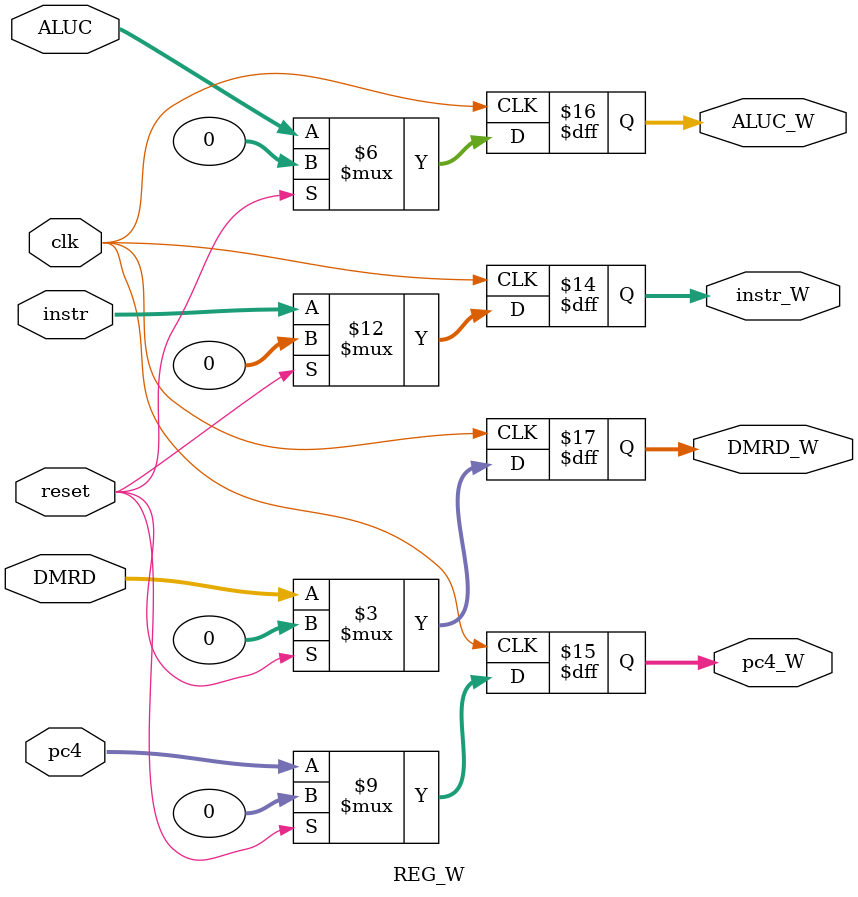
<source format=v>
`timescale 1ns / 1ps
module REG_D(
    input clk,
    input reset,
    input [31:0] instr,
    input [31:0] pc4,
    input en,
    output reg [31:0] instr_D,
    output reg [31:0] pc4_D
    );
	
	always @(posedge clk) begin
		if(reset) begin
			instr_D = 0;
			pc4_D = 0;
		end
		else if(en)begin
			instr_D = instr;
			pc4_D = pc4;
		end
	end

endmodule


module REG_E(
	input clk,
    input reset,
	input clr,
	input [31:0] instr,
    input [31:0] V1,
	input [31:0] V2,
	input [31:0] ext,
	input [31:0] pc4,
	output reg [31:0] instr_E,
	output reg [31:0] V1_E,
	output reg [31:0] V2_E,
	output reg [31:0] ext_E,
	output reg [31:0] pc4_E
    );

	always @(posedge clk) begin
		if(reset || clr)begin
			instr_E = 0;
			V1_E = 0;
			V2_E = 0;
			ext = 0;
			pc4 = 0;
		end
		else begin
			instr_E = instr;
			V1_E = V1;
			V2_E = V2;
			ext_E = ext;
			pc4_E =pc4;
		end
	end
	
endmodule





module REG_M(
	input clk,
	input reset,
	input [31:0] instr,
    input [31:0] V2,
	input [31:0] ALUC,
	input [31:0] pc4,
	output reg [31:0] instr_M,
	output reg [31:0] V2_M,
	output reg [31:0] ALUC_M,
	output reg [31:0] pc4_M
	);
	
	always @(posedge clk)begin
		if(reset)begin
			instr_M = 0;
			V2_M = 0;
			ALUC_M = 0;
			pc4_M = 0;
		end
		else begin
			instr_M = instr;
			V2_M = V2;
			ALUC_M = ALUC;
			pc4_M = pc4;
		end
	end
	 
endmodule



module REG_W(
	input clk,
	input reset,
	input [31:0] instr,
    input [31:0] pc4,
	input [31:0] ALUC,
	input [31:0] DMRD,
	output reg [31:0] instr_W,
	output reg [31:0] pc4_W,
	output reg [31:0] ALUC_W,
	output reg [31:0] DMRD_W
	);
	
	always @(posedge clk)begin
		if(reset) begin
			instr_W = 0;
			pc4_W = 0;
			ALUC_W = 0;
			DMRD_W = 0;
		end
		else begin
			instr_W = instr;
			pc4_W = pc4;
			ALUC_W = ALUC;
			DMRD_W = DMRD;
		end
	end

endmodule


</source>
